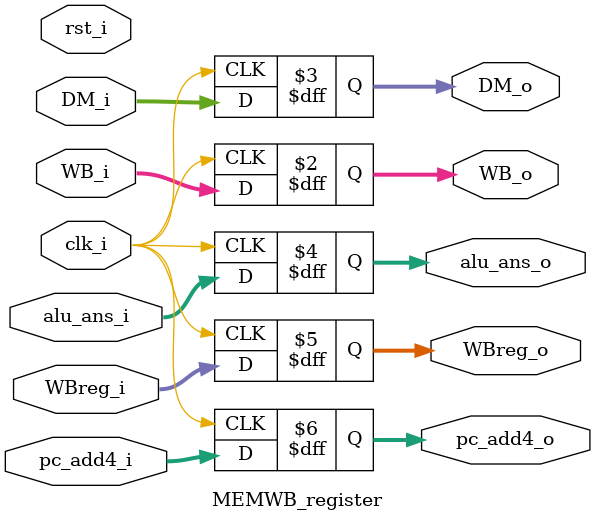
<source format=v>
`timescale 1ns/1ps
module MEMWB_register (
    input clk_i,
    input rst_i,
    input [2:0] WB_i,
    input [31:0] DM_i,
    input [31:0] alu_ans_i,
    input [4:0] WBreg_i,
    input [31:0] pc_add4_i,

    output reg [2:0] WB_o,
    output reg [31:0] DM_o,
    output reg [31:0] alu_ans_o,
    output reg [4:0] WBreg_o,
    output reg [31:0] pc_add4_o
);
/* Write your code HERE */
always @(posedge clk_i) begin
    WB_o <= WB_i;
    DM_o <= DM_i;
    alu_ans_o <= alu_ans_i;
    WBreg_o <= WBreg_i;
    pc_add4_o <= pc_add4_i;
end
endmodule

</source>
